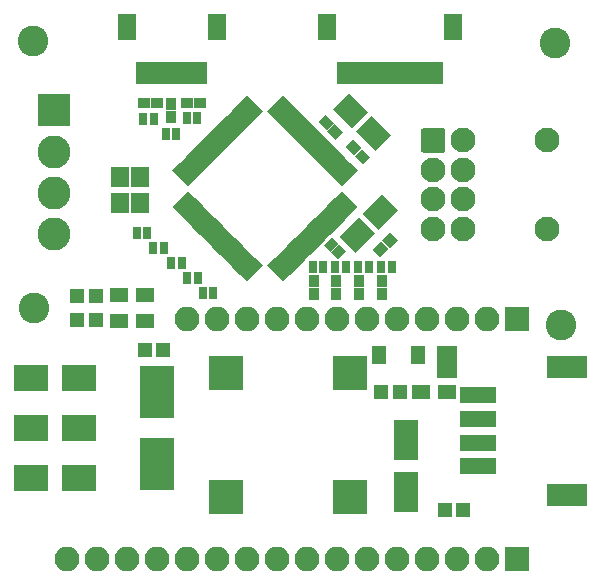
<source format=gts>
G04 #@! TF.GenerationSoftware,KiCad,Pcbnew,(5.1.5)-3*
G04 #@! TF.CreationDate,2020-05-14T20:53:58+10:00*
G04 #@! TF.ProjectId,V9203_Devkit,56393230-335f-4446-9576-6b69742e6b69,rev?*
G04 #@! TF.SameCoordinates,Original*
G04 #@! TF.FileFunction,Soldermask,Top*
G04 #@! TF.FilePolarity,Negative*
%FSLAX46Y46*%
G04 Gerber Fmt 4.6, Leading zero omitted, Abs format (unit mm)*
G04 Created by KiCad (PCBNEW (5.1.5)-3) date 2020-05-14 20:53:58*
%MOMM*%
%LPD*%
G04 APERTURE LIST*
%ADD10C,2.100000*%
%ADD11C,0.100000*%
%ADD12R,1.600000X2.200000*%
%ADD13R,1.000000X1.950000*%
%ADD14R,0.800000X1.000000*%
%ADD15C,2.600000*%
%ADD16R,0.900000X1.000000*%
%ADD17R,1.000000X0.900000*%
%ADD18R,1.200000X1.150000*%
%ADD19R,1.670000X1.370000*%
%ADD20R,1.600000X1.300000*%
%ADD21R,1.200000X1.200000*%
%ADD22R,1.600000X1.800000*%
%ADD23R,3.140000X1.410000*%
%ADD24R,3.400000X1.900000*%
%ADD25R,2.900000X2.200000*%
%ADD26R,1.300000X1.600000*%
%ADD27R,2.000000X3.400000*%
%ADD28R,2.900000X4.400000*%
%ADD29R,2.900000X2.900000*%
%ADD30R,2.800000X2.800000*%
%ADD31C,2.800000*%
%ADD32O,2.100000X2.100000*%
%ADD33R,2.100000X2.100000*%
G04 APERTURE END LIST*
D10*
X156511000Y-58928400D03*
X156511000Y-51428400D03*
X149331000Y-58928400D03*
X149331000Y-56428400D03*
X149331000Y-53928400D03*
X149331000Y-51428400D03*
X146831000Y-58928400D03*
X146831000Y-56428400D03*
X146831000Y-53928400D03*
D11*
G36*
X147602447Y-50379887D02*
G01*
X147632425Y-50384334D01*
X147661824Y-50391698D01*
X147690358Y-50401908D01*
X147717755Y-50414865D01*
X147743750Y-50430446D01*
X147768092Y-50448500D01*
X147790548Y-50468852D01*
X147810900Y-50491308D01*
X147828954Y-50515650D01*
X147844535Y-50541645D01*
X147857492Y-50569042D01*
X147867702Y-50597576D01*
X147875066Y-50626975D01*
X147879513Y-50656953D01*
X147881000Y-50687223D01*
X147881000Y-52169577D01*
X147879513Y-52199847D01*
X147875066Y-52229825D01*
X147867702Y-52259224D01*
X147857492Y-52287758D01*
X147844535Y-52315155D01*
X147828954Y-52341150D01*
X147810900Y-52365492D01*
X147790548Y-52387948D01*
X147768092Y-52408300D01*
X147743750Y-52426354D01*
X147717755Y-52441935D01*
X147690358Y-52454892D01*
X147661824Y-52465102D01*
X147632425Y-52472466D01*
X147602447Y-52476913D01*
X147572177Y-52478400D01*
X146089823Y-52478400D01*
X146059553Y-52476913D01*
X146029575Y-52472466D01*
X146000176Y-52465102D01*
X145971642Y-52454892D01*
X145944245Y-52441935D01*
X145918250Y-52426354D01*
X145893908Y-52408300D01*
X145871452Y-52387948D01*
X145851100Y-52365492D01*
X145833046Y-52341150D01*
X145817465Y-52315155D01*
X145804508Y-52287758D01*
X145794298Y-52259224D01*
X145786934Y-52229825D01*
X145782487Y-52199847D01*
X145781000Y-52169577D01*
X145781000Y-50687223D01*
X145782487Y-50656953D01*
X145786934Y-50626975D01*
X145794298Y-50597576D01*
X145804508Y-50569042D01*
X145817465Y-50541645D01*
X145833046Y-50515650D01*
X145851100Y-50491308D01*
X145871452Y-50468852D01*
X145893908Y-50448500D01*
X145918250Y-50430446D01*
X145944245Y-50414865D01*
X145971642Y-50401908D01*
X146000176Y-50391698D01*
X146029575Y-50384334D01*
X146059553Y-50379887D01*
X146089823Y-50378400D01*
X147572177Y-50378400D01*
X147602447Y-50379887D01*
G37*
D12*
X120907000Y-41812500D03*
X128507000Y-41812500D03*
D13*
X122207000Y-45687500D03*
X123207000Y-45687500D03*
X124207000Y-45687500D03*
X125207000Y-45687500D03*
X126207000Y-45687500D03*
X127207000Y-45687500D03*
D12*
X137878000Y-41812500D03*
X148478000Y-41812500D03*
D13*
X139178000Y-45687500D03*
X140178000Y-45687500D03*
X141178000Y-45687500D03*
X142178000Y-45687500D03*
X143178000Y-45687500D03*
X144178000Y-45687500D03*
X145178000Y-45687500D03*
X146178000Y-45687500D03*
X147178000Y-45687500D03*
D11*
G36*
X138444842Y-49949246D02*
G01*
X137808446Y-50585642D01*
X137101340Y-49878536D01*
X137737736Y-49242140D01*
X138444842Y-49949246D01*
G37*
G36*
X139222660Y-50727064D02*
G01*
X138586264Y-51363460D01*
X137879158Y-50656354D01*
X138515554Y-50019958D01*
X139222660Y-50727064D01*
G37*
D14*
X125532000Y-61791600D03*
X124632000Y-61791600D03*
D11*
G36*
X138193802Y-60947909D02*
G01*
X138900909Y-60240802D01*
X139466594Y-60806487D01*
X138759487Y-61513594D01*
X138193802Y-60947909D01*
G37*
G36*
X137557406Y-60311513D02*
G01*
X138264513Y-59604406D01*
X138830198Y-60170091D01*
X138123091Y-60877198D01*
X137557406Y-60311513D01*
G37*
D14*
X128224000Y-64331600D03*
X127324000Y-64331600D03*
X123122000Y-60521600D03*
X124022000Y-60521600D03*
X122651000Y-59302400D03*
X121751000Y-59302400D03*
X126003000Y-63061600D03*
X126903000Y-63061600D03*
D15*
X157118000Y-43173400D03*
X157626000Y-67049400D03*
X113049000Y-65588900D03*
X112986000Y-43046400D03*
D16*
X142513000Y-63366400D03*
X142513000Y-64466400D03*
X138602000Y-64466400D03*
X138602000Y-63366400D03*
X136722000Y-63324400D03*
X136722000Y-64424400D03*
X140532000Y-64466400D03*
X140532000Y-63366400D03*
D14*
X138551000Y-62147200D03*
X139451000Y-62147200D03*
X137535000Y-62147200D03*
X136635000Y-62147200D03*
X142412000Y-62147200D03*
X143312000Y-62147200D03*
X140481000Y-62147200D03*
X141381000Y-62147200D03*
D17*
X127061000Y-48278800D03*
X125961000Y-48278800D03*
D11*
G36*
X143217264Y-59206940D02*
G01*
X143853660Y-59843336D01*
X143146554Y-60550442D01*
X142510158Y-59914046D01*
X143217264Y-59206940D01*
G37*
G36*
X142439446Y-59984758D02*
G01*
X143075842Y-60621154D01*
X142368736Y-61328260D01*
X141732340Y-60691864D01*
X142439446Y-59984758D01*
G37*
G36*
X140181158Y-52755054D02*
G01*
X140817554Y-52118658D01*
X141524660Y-52825764D01*
X140888264Y-53462160D01*
X140181158Y-52755054D01*
G37*
G36*
X139403340Y-51977236D02*
G01*
X140039736Y-51340840D01*
X140746842Y-52047946D01*
X140110446Y-52684342D01*
X139403340Y-51977236D01*
G37*
D17*
X123420000Y-48278800D03*
X122320000Y-48278800D03*
D16*
X124632000Y-49447200D03*
X124632000Y-48347200D03*
D18*
X123947000Y-69208400D03*
X122447000Y-69208400D03*
X149371000Y-82733900D03*
X147871000Y-82733900D03*
D19*
X147979000Y-69554000D03*
X147979000Y-70834000D03*
D14*
X125960000Y-49548800D03*
X126860000Y-49548800D03*
X125089000Y-50920400D03*
X124189000Y-50920400D03*
X123209000Y-49599600D03*
X122309000Y-49599600D03*
D20*
X120204000Y-64509400D03*
X122404000Y-64509400D03*
X122425000Y-66731900D03*
X120225000Y-66731900D03*
D21*
X118320000Y-66604900D03*
X116720000Y-66604900D03*
X116656000Y-64572900D03*
X118256000Y-64572900D03*
D20*
X145846000Y-72764400D03*
X148046000Y-72764400D03*
D11*
G36*
X140575827Y-57940870D02*
G01*
X141919330Y-59284373D01*
X140257629Y-60946074D01*
X138914126Y-59602571D01*
X140575827Y-57940870D01*
G37*
G36*
X142520371Y-55996326D02*
G01*
X143863874Y-57339829D01*
X142202173Y-59001530D01*
X140858670Y-57658027D01*
X142520371Y-55996326D01*
G37*
G36*
X140288670Y-50673773D02*
G01*
X141632173Y-49330270D01*
X143293874Y-50991971D01*
X141950371Y-52335474D01*
X140288670Y-50673773D01*
G37*
G36*
X138344126Y-48729229D02*
G01*
X139687629Y-47385726D01*
X141349330Y-49047427D01*
X140005827Y-50390930D01*
X138344126Y-48729229D01*
G37*
D22*
X120327000Y-56694000D03*
X120327000Y-54494000D03*
X122027000Y-54494000D03*
X122027000Y-56694000D03*
D23*
X150641000Y-73018400D03*
X150641000Y-75018400D03*
X150641000Y-77018400D03*
X150641000Y-79018400D03*
D24*
X158141000Y-70618400D03*
X158141000Y-81418400D03*
D25*
X112827000Y-80003400D03*
X116827000Y-80003400D03*
X116827000Y-75748900D03*
X112827000Y-75748900D03*
X112827000Y-71557900D03*
X116827000Y-71557900D03*
D26*
X145561000Y-69589400D03*
X142261000Y-69589400D03*
D21*
X142437000Y-72764400D03*
X144037000Y-72764400D03*
D27*
X144545000Y-76828400D03*
X144545000Y-81228400D03*
D28*
X123463000Y-72764400D03*
X123463000Y-78864400D03*
D29*
X129305000Y-71113400D03*
X139805000Y-71113400D03*
X139805000Y-81613400D03*
X129305000Y-81613400D03*
D30*
X114700000Y-48888400D03*
D31*
X114700000Y-52388400D03*
X114700000Y-59388400D03*
X114700000Y-55888400D03*
D32*
X126003000Y-66522600D03*
X128543000Y-66522600D03*
X131083000Y-66522600D03*
X133623000Y-66522600D03*
X136163000Y-66522600D03*
X138703000Y-66522600D03*
X141243000Y-66522600D03*
X143783000Y-66522600D03*
X146323000Y-66522600D03*
X148863000Y-66522600D03*
X151403000Y-66522600D03*
D33*
X153943000Y-66522600D03*
D32*
X115858000Y-86842600D03*
X118398000Y-86842600D03*
X120938000Y-86842600D03*
X123478000Y-86842600D03*
X126018000Y-86842600D03*
X128558000Y-86842600D03*
X131098000Y-86842600D03*
X133638000Y-86842600D03*
X136178000Y-86842600D03*
X138718000Y-86842600D03*
X141258000Y-86842600D03*
X143798000Y-86842600D03*
X146338000Y-86842600D03*
X148878000Y-86842600D03*
X151418000Y-86842600D03*
D33*
X153958000Y-86842600D03*
D11*
G36*
X139801812Y-53282691D02*
G01*
X140473563Y-53954442D01*
X139130060Y-55297945D01*
X138458309Y-54626194D01*
X139801812Y-53282691D01*
G37*
G36*
X139236126Y-52717006D02*
G01*
X139907877Y-53388757D01*
X138564374Y-54732260D01*
X137892623Y-54060509D01*
X139236126Y-52717006D01*
G37*
G36*
X138670441Y-52151321D02*
G01*
X139342192Y-52823072D01*
X137998689Y-54166575D01*
X137326938Y-53494824D01*
X138670441Y-52151321D01*
G37*
G36*
X138104756Y-51585635D02*
G01*
X138776507Y-52257386D01*
X137433004Y-53600889D01*
X136761253Y-52929138D01*
X138104756Y-51585635D01*
G37*
G36*
X137539070Y-51019950D02*
G01*
X138210821Y-51691701D01*
X136867318Y-53035204D01*
X136195567Y-52363453D01*
X137539070Y-51019950D01*
G37*
G36*
X136973385Y-50454264D02*
G01*
X137645136Y-51126015D01*
X136301633Y-52469518D01*
X135629882Y-51797767D01*
X136973385Y-50454264D01*
G37*
G36*
X136407699Y-49888579D02*
G01*
X137079450Y-50560330D01*
X135735947Y-51903833D01*
X135064196Y-51232082D01*
X136407699Y-49888579D01*
G37*
G36*
X135842014Y-49322893D02*
G01*
X136513765Y-49994644D01*
X135170262Y-51338147D01*
X134498511Y-50666396D01*
X135842014Y-49322893D01*
G37*
G36*
X135276328Y-48757208D02*
G01*
X135948079Y-49428959D01*
X134604576Y-50772462D01*
X133932825Y-50100711D01*
X135276328Y-48757208D01*
G37*
G36*
X134710643Y-48191523D02*
G01*
X135382394Y-48863274D01*
X134038891Y-50206777D01*
X133367140Y-49535026D01*
X134710643Y-48191523D01*
G37*
G36*
X134144958Y-47625837D02*
G01*
X134816709Y-48297588D01*
X133473206Y-49641091D01*
X132801455Y-48969340D01*
X134144958Y-47625837D01*
G37*
G36*
X130397291Y-48297588D02*
G01*
X131069042Y-47625837D01*
X132412545Y-48969340D01*
X131740794Y-49641091D01*
X130397291Y-48297588D01*
G37*
G36*
X129831606Y-48863274D02*
G01*
X130503357Y-48191523D01*
X131846860Y-49535026D01*
X131175109Y-50206777D01*
X129831606Y-48863274D01*
G37*
G36*
X129265921Y-49428959D02*
G01*
X129937672Y-48757208D01*
X131281175Y-50100711D01*
X130609424Y-50772462D01*
X129265921Y-49428959D01*
G37*
G36*
X128700235Y-49994644D02*
G01*
X129371986Y-49322893D01*
X130715489Y-50666396D01*
X130043738Y-51338147D01*
X128700235Y-49994644D01*
G37*
G36*
X128134550Y-50560330D02*
G01*
X128806301Y-49888579D01*
X130149804Y-51232082D01*
X129478053Y-51903833D01*
X128134550Y-50560330D01*
G37*
G36*
X127568864Y-51126015D02*
G01*
X128240615Y-50454264D01*
X129584118Y-51797767D01*
X128912367Y-52469518D01*
X127568864Y-51126015D01*
G37*
G36*
X127003179Y-51691701D02*
G01*
X127674930Y-51019950D01*
X129018433Y-52363453D01*
X128346682Y-53035204D01*
X127003179Y-51691701D01*
G37*
G36*
X126437493Y-52257386D02*
G01*
X127109244Y-51585635D01*
X128452747Y-52929138D01*
X127780996Y-53600889D01*
X126437493Y-52257386D01*
G37*
G36*
X125871808Y-52823072D02*
G01*
X126543559Y-52151321D01*
X127887062Y-53494824D01*
X127215311Y-54166575D01*
X125871808Y-52823072D01*
G37*
G36*
X125306123Y-53388757D02*
G01*
X125977874Y-52717006D01*
X127321377Y-54060509D01*
X126649626Y-54732260D01*
X125306123Y-53388757D01*
G37*
G36*
X124740437Y-53954442D02*
G01*
X125412188Y-53282691D01*
X126755691Y-54626194D01*
X126083940Y-55297945D01*
X124740437Y-53954442D01*
G37*
G36*
X126083940Y-55686855D02*
G01*
X126755691Y-56358606D01*
X125412188Y-57702109D01*
X124740437Y-57030358D01*
X126083940Y-55686855D01*
G37*
G36*
X126649626Y-56252540D02*
G01*
X127321377Y-56924291D01*
X125977874Y-58267794D01*
X125306123Y-57596043D01*
X126649626Y-56252540D01*
G37*
G36*
X127215311Y-56818225D02*
G01*
X127887062Y-57489976D01*
X126543559Y-58833479D01*
X125871808Y-58161728D01*
X127215311Y-56818225D01*
G37*
G36*
X127780996Y-57383911D02*
G01*
X128452747Y-58055662D01*
X127109244Y-59399165D01*
X126437493Y-58727414D01*
X127780996Y-57383911D01*
G37*
G36*
X128346682Y-57949596D02*
G01*
X129018433Y-58621347D01*
X127674930Y-59964850D01*
X127003179Y-59293099D01*
X128346682Y-57949596D01*
G37*
G36*
X128912367Y-58515282D02*
G01*
X129584118Y-59187033D01*
X128240615Y-60530536D01*
X127568864Y-59858785D01*
X128912367Y-58515282D01*
G37*
G36*
X129478053Y-59080967D02*
G01*
X130149804Y-59752718D01*
X128806301Y-61096221D01*
X128134550Y-60424470D01*
X129478053Y-59080967D01*
G37*
G36*
X130043738Y-59646653D02*
G01*
X130715489Y-60318404D01*
X129371986Y-61661907D01*
X128700235Y-60990156D01*
X130043738Y-59646653D01*
G37*
G36*
X130609424Y-60212338D02*
G01*
X131281175Y-60884089D01*
X129937672Y-62227592D01*
X129265921Y-61555841D01*
X130609424Y-60212338D01*
G37*
G36*
X131175109Y-60778023D02*
G01*
X131846860Y-61449774D01*
X130503357Y-62793277D01*
X129831606Y-62121526D01*
X131175109Y-60778023D01*
G37*
G36*
X131740794Y-61343709D02*
G01*
X132412545Y-62015460D01*
X131069042Y-63358963D01*
X130397291Y-62687212D01*
X131740794Y-61343709D01*
G37*
G36*
X132801455Y-62015460D02*
G01*
X133473206Y-61343709D01*
X134816709Y-62687212D01*
X134144958Y-63358963D01*
X132801455Y-62015460D01*
G37*
G36*
X133367140Y-61449774D02*
G01*
X134038891Y-60778023D01*
X135382394Y-62121526D01*
X134710643Y-62793277D01*
X133367140Y-61449774D01*
G37*
G36*
X133932825Y-60884089D02*
G01*
X134604576Y-60212338D01*
X135948079Y-61555841D01*
X135276328Y-62227592D01*
X133932825Y-60884089D01*
G37*
G36*
X134498511Y-60318404D02*
G01*
X135170262Y-59646653D01*
X136513765Y-60990156D01*
X135842014Y-61661907D01*
X134498511Y-60318404D01*
G37*
G36*
X135064196Y-59752718D02*
G01*
X135735947Y-59080967D01*
X137079450Y-60424470D01*
X136407699Y-61096221D01*
X135064196Y-59752718D01*
G37*
G36*
X135629882Y-59187033D02*
G01*
X136301633Y-58515282D01*
X137645136Y-59858785D01*
X136973385Y-60530536D01*
X135629882Y-59187033D01*
G37*
G36*
X136195567Y-58621347D02*
G01*
X136867318Y-57949596D01*
X138210821Y-59293099D01*
X137539070Y-59964850D01*
X136195567Y-58621347D01*
G37*
G36*
X136761253Y-58055662D02*
G01*
X137433004Y-57383911D01*
X138776507Y-58727414D01*
X138104756Y-59399165D01*
X136761253Y-58055662D01*
G37*
G36*
X137326938Y-57489976D02*
G01*
X137998689Y-56818225D01*
X139342192Y-58161728D01*
X138670441Y-58833479D01*
X137326938Y-57489976D01*
G37*
G36*
X137892623Y-56924291D02*
G01*
X138564374Y-56252540D01*
X139907877Y-57596043D01*
X139236126Y-58267794D01*
X137892623Y-56924291D01*
G37*
G36*
X138458309Y-56358606D02*
G01*
X139130060Y-55686855D01*
X140473563Y-57030358D01*
X139801812Y-57702109D01*
X138458309Y-56358606D01*
G37*
M02*

</source>
